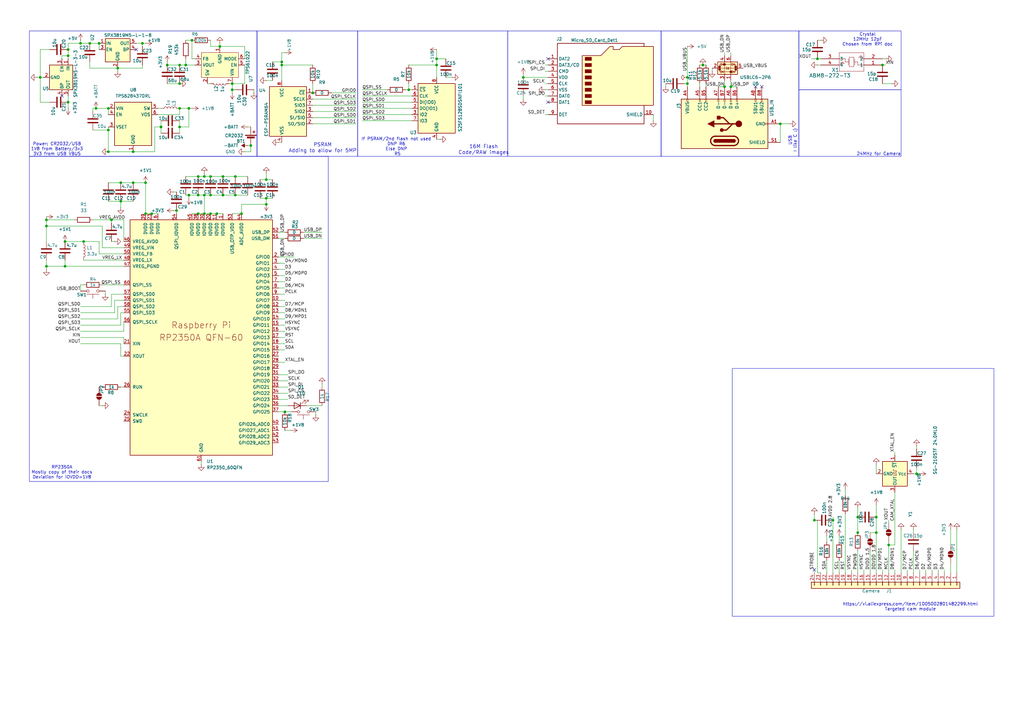
<source format=kicad_sch>
(kicad_sch (version 20231120) (generator "eeschema") (generator_version "8.0")
  (paper "A3")
  (title_block (date "2025-05-02") (rev "0.1") (company "kiyoo.moe"))
  (junction (at 320.04 50.8))
  (junction (at 90.17 19.05))
  (junction (at 297.18 35.56))
  (junction (at 375.92 194.31))
  (junction (at 34.29 99.06))
  (junction (at 128.27 38.1))
  (junction (at 359.41 212.09))
  (junction (at 116.84 168.91))
  (junction (at 27.94 20.32))
  (junction (at 44.45 44.45))
  (junction (at 76.2 26.67))
  (junction (at 48.26 27.94))
  (junction (at 95.25 36.83))
  (junction (at 33.02 17.78))
  (junction (at 62.23 87.63))
  (junction (at 288.29 26.67))
  (junction (at 26.67 109.22))
  (junction (at 361.95 26.67))
  (junction (at 109.22 81.28))
  (junction (at 281.94 34.29))
  (junction (at 99.06 87.63))
  (junction (at 179.07 24.13))
  (junction (at 364.49 223.52))
  (junction (at 109.22 83.82))
  (junction (at 86.36 80.01))
  (junction (at 91.44 72.39))
  (junction (at 66.04 52.07))
  (junction (at 73.66 52.07))
  (junction (at 86.36 87.63))
  (junction (at 49.53 82.55))
  (junction (at 73.66 26.67))
  (junction (at 81.28 87.63))
  (junction (at 341.63 213.36))
  (junction (at 351.79 218.44))
  (junction (at 359.41 218.44))
  (junction (at 54.61 62.23))
  (junction (at 214.63 31.75))
  (junction (at 281.94 31.75))
  (junction (at 83.82 72.39))
  (junction (at 77.47 44.45))
  (junction (at 167.64 36.83))
  (junction (at 179.07 26.67))
  (junction (at 95.25 34.29))
  (junction (at 115.57 25.4))
  (junction (at 27.94 41.91))
  (junction (at 44.45 62.23))
  (junction (at 73.66 34.29))
  (junction (at 91.44 80.01))
  (junction (at 59.69 74.93))
  (junction (at 115.57 26.67))
  (junction (at 68.58 26.67))
  (junction (at 44.45 53.34))
  (junction (at 39.37 44.45))
  (junction (at 77.47 80.01))
  (junction (at 73.66 44.45))
  (junction (at 83.82 87.63))
  (junction (at 40.64 17.78))
  (junction (at 19.05 92.71))
  (junction (at 81.28 80.01))
  (junction (at 86.36 72.39))
  (junction (at 16.51 31.75))
  (junction (at 81.28 72.39))
  (junction (at 26.67 99.06))
  (junction (at 351.79 212.09))
  (junction (at 59.69 87.63))
  (junction (at 299.72 35.56))
  (junction (at 334.01 213.36))
  (junction (at 54.61 74.93))
  (junction (at 335.28 24.13))
  (junction (at 58.42 17.78))
  (junction (at 72.39 86.36))
  (junction (at 36.83 17.78))
  (junction (at 83.82 80.01))
  (junction (at 109.22 73.66))
  (junction (at 19.05 90.17))
  (junction (at 102.87 59.69))
  (junction (at 96.52 72.39))
  (junction (at 49.53 74.93))
  (junction (at 27.94 22.86))
  (junction (at 19.05 109.22))
  (junction (at 88.9 87.63))
  (junction (at 78.74 16.51))
  (junction (at 45.72 90.17))
  (junction (at 96.52 80.01))
  (no_connect (at 224.79 41.91))
  (no_connect (at 55.88 20.32))
  (no_connect (at 312.42 35.56))
  (no_connect (at 25.4 39.37))
  (no_connect (at 224.79 24.13))
  (no_connect (at 309.88 35.56))
  (no_connect (at 334.01 233.68))
  (wire (pts (xy 27.94 17.78) (xy 27.94 20.32)))
  (wire (pts (xy 114.3 97.79) (xy 116.84 97.79)))
  (wire (pts (xy 58.42 17.78) (xy 58.42 19.05)))
  (wire (pts (xy 182.88 31.75) (xy 185.42 31.75)))
  (wire (pts (xy 114.3 166.37) (xy 118.11 166.37)))
  (wire (pts (xy 361.95 34.29) (xy 365.76 34.29)))
  (wire (pts (xy 287.02 26.67) (xy 288.29 26.67)))
  (wire (pts (xy 359.41 218.44) (xy 359.41 234.95)))
  (wire (pts (xy 382.27 233.68) (xy 382.27 234.95)))
  (wire (pts (xy 116.84 168.91) (xy 119.38 168.91)))
  (wire (pts (xy 114.3 168.91) (xy 116.84 168.91)))
  (wire (pts (xy 93.98 34.29) (xy 95.25 34.29)))
  (wire (pts (xy 86.36 16.51) (xy 86.36 19.05)))
  (wire (pts (xy 114.3 158.75) (xy 118.11 158.75)))
  (wire (pts (xy 33.02 128.27) (xy 46.99 128.27)))
  (wire (pts (xy 95.25 36.83) (xy 96.52 36.83)))
  (wire (pts (xy 19.05 106.68) (xy 19.05 109.22)))
  (wire (pts (xy 109.22 81.28) (xy 111.76 81.28)))
  (wire (pts (xy 379.73 233.68) (xy 379.73 234.95)))
  (wire (pts (xy 223.52 34.29) (xy 224.79 34.29)))
  (wire (pts (xy 363.22 26.67) (xy 361.95 26.67)))
  (wire (pts (xy 114.3 120.65) (xy 116.84 120.65)))
  (wire (pts (xy 40.64 158.75) (xy 41.91 158.75)))
  (wire (pts (xy 68.58 26.67) (xy 68.58 25.4)))
  (wire (pts (xy 364.49 223.52) (xy 364.49 234.95)))
  (wire (pts (xy 106.68 73.66) (xy 109.22 73.66)))
  (wire (pts (xy 88.9 87.63) (xy 91.44 87.63)))
  (wire (pts (xy 372.11 233.68) (xy 372.11 234.95)))
  (wire (pts (xy 148.59 36.83) (xy 158.75 36.83)))
  (wire (pts (xy 377.19 233.68) (xy 377.19 234.95)))
  (wire (pts (xy 63.5 52.07) (xy 63.5 62.23)))
  (wire (pts (xy 114.3 140.97) (xy 116.84 140.97)))
  (wire (pts (xy 36.83 17.78) (xy 40.64 17.78)))
  (wire (pts (xy 297.18 33.02) (xy 297.18 35.56)))
  (wire (pts (xy 334.01 210.82) (xy 334.01 213.36)))
  (wire (pts (xy 146.05 40.64) (xy 128.27 40.64)))
  (wire (pts (xy 114.3 135.89) (xy 116.84 135.89)))
  (wire (pts (xy 82.55 189.23) (xy 82.55 190.5)))
  (wire (pts (xy 101.6 59.69) (xy 102.87 59.69)))
  (wire (pts (xy 33.02 16.51) (xy 33.02 17.78)))
  (wire (pts (xy 281.94 34.29) (xy 281.94 31.75)))
  (wire (pts (xy 335.28 24.13) (xy 332.74 24.13)))
  (wire (pts (xy 83.82 80.01) (xy 83.82 87.63)))
  (wire (pts (xy 81.28 72.39) (xy 83.82 72.39)))
  (wire (pts (xy 50.8 132.08) (xy 50.8 135.89)))
  (wire (pts (xy 101.6 52.07) (xy 102.87 52.07)))
  (wire (pts (xy 114.3 107.95) (xy 116.84 107.95)))
  (wire (pts (xy 63.5 62.23) (xy 54.61 62.23)))
  (wire (pts (xy 83.82 71.12) (xy 83.82 72.39)))
  (wire (pts (xy 46.99 123.19) (xy 46.99 128.27)))
  (wire (pts (xy 114.3 148.59) (xy 116.84 148.59)))
  (wire (pts (xy 20.32 41.91) (xy 16.51 41.91)))
  (wire (pts (xy 148.59 41.91) (xy 168.91 41.91)))
  (wire (pts (xy 364.49 222.25) (xy 364.49 223.52)))
  (wire (pts (xy 114.3 156.21) (xy 118.11 156.21)))
  (wire (pts (xy 339.09 219.71) (xy 339.09 222.25)))
  (wire (pts (xy 339.09 229.87) (xy 339.09 234.95)))
  (wire (pts (xy 73.66 52.07) (xy 73.66 54.61)))
  (wire (pts (xy 26.67 109.22) (xy 19.05 109.22)))
  (wire (pts (xy 44.45 52.07) (xy 44.45 53.34)))
  (wire (pts (xy 86.36 87.63) (xy 88.9 87.63)))
  (wire (pts (xy 99.06 83.82) (xy 109.22 83.82)))
  (wire (pts (xy 16.51 41.91) (xy 16.51 31.75)))
  (wire (pts (xy 45.72 90.17) (xy 45.72 91.44)))
  (wire (pts (xy 375.92 191.77) (xy 375.92 194.31)))
  (wire (pts (xy 40.64 104.14) (xy 40.64 99.06)))
  (wire (pts (xy 81.28 87.63) (xy 83.82 87.63)))
  (wire (pts (xy 49.53 158.75) (xy 50.8 158.75)))
  (wire (pts (xy 49.53 82.55) (xy 49.53 85.09)))
  (wire (pts (xy 36.83 25.4) (xy 36.83 27.94)))
  (wire (pts (xy 167.64 34.29) (xy 167.64 36.83)))
  (wire (pts (xy 125.73 166.37) (xy 132.08 166.37)))
  (wire (pts (xy 135.89 38.1) (xy 146.05 38.1)))
  (wire (pts (xy 214.63 31.75) (xy 224.79 31.75)))
  (wire (pts (xy 90.17 19.05) (xy 90.17 17.78)))
  (wire (pts (xy 95.25 87.63) (xy 99.06 87.63)))
  (wire (pts (xy 335.28 234.95) (xy 336.55 234.95)))
  (wire (pts (xy 72.39 86.36) (xy 72.39 87.63)))
  (wire (pts (xy 96.52 80.01) (xy 91.44 80.01)))
  (wire (pts (xy 299.72 22.86) (xy 299.72 21.59)))
  (wire (pts (xy 38.1 90.17) (xy 45.72 90.17)))
  (wire (pts (xy 54.61 74.93) (xy 59.69 74.93)))
  (wire (pts (xy 71.12 86.36) (xy 72.39 86.36)))
  (wire (pts (xy 64.77 46.99) (xy 73.66 46.99)))
  (wire (pts (xy 49.53 82.55) (xy 54.61 82.55)))
  (wire (pts (xy 179.07 20.32) (xy 179.07 24.13)))
  (wire (pts (xy 367.03 185.42) (xy 367.03 186.69)))
  (wire (pts (xy 292.1 27.94) (xy 292.1 29.21)))
  (wire (pts (xy 344.17 219.71) (xy 344.17 222.25)))
  (wire (pts (xy 59.69 74.93) (xy 59.69 87.63)))
  (wire (pts (xy 78.74 24.13) (xy 78.74 16.51)))
  (wire (pts (xy 363.22 24.13) (xy 361.95 24.13)))
  (wire (pts (xy 76.2 16.51) (xy 78.74 16.51)))
  (wire (pts (xy 116.84 138.43) (xy 114.3 138.43)))
  (wire (pts (xy 114.3 153.67) (xy 118.11 153.67)))
  (wire (pts (xy 114.3 113.03) (xy 116.84 113.03)))
  (wire (pts (xy 50.8 99.06) (xy 50.8 90.17)))
  (wire (pts (xy 41.91 92.71) (xy 19.05 92.71)))
  (wire (pts (xy 115.57 21.59) (xy 116.84 21.59)))
  (wire (pts (xy 351.79 208.28) (xy 351.79 212.09)))
  (wire (pts (xy 116.84 176.53) (xy 119.38 176.53)))
  (wire (pts (xy 148.59 44.45) (xy 168.91 44.45)))
  (wire (pts (xy 49.53 74.93) (xy 54.61 74.93)))
  (wire (pts (xy 346.71 210.82) (xy 346.71 234.95)))
  (wire (pts (xy 387.35 233.68) (xy 387.35 234.95)))
  (wire (pts (xy 104.14 38.1) (xy 104.14 36.83)))
  (wire (pts (xy 38.1 53.34) (xy 44.45 53.34)))
  (wire (pts (xy 114.3 125.73) (xy 116.84 125.73)))
  (wire (pts (xy 115.57 25.4) (xy 111.76 25.4)))
  (wire (pts (xy 33.02 140.97) (xy 49.53 140.97)))
  (wire (pts (xy 356.87 218.44) (xy 359.41 218.44)))
  (wire (pts (xy 273.05 35.56) (xy 273.05 34.29)))
  (wire (pts (xy 359.41 190.5) (xy 359.41 194.31)))
  (wire (pts (xy 359.41 207.01) (xy 359.41 212.09)))
  (wire (pts (xy 114.3 118.11) (xy 116.84 118.11)))
  (wire (pts (xy 33.02 138.43) (xy 50.8 138.43)))
  (wire (pts (xy 86.36 19.05) (xy 90.17 19.05)))
  (wire (pts (xy 223.52 36.83) (xy 224.79 36.83)))
  (wire (pts (xy 86.36 72.39) (xy 91.44 72.39)))
  (wire (pts (xy 148.59 46.99) (xy 168.91 46.99)))
  (wire (pts (xy 27.94 41.91) (xy 27.94 44.45)))
  (wire (pts (xy 146.05 50.8) (xy 128.27 50.8)))
  (wire (pts (xy 44.45 53.34) (xy 44.45 62.23)))
  (wire (pts (xy 124.46 95.25) (xy 132.08 95.25)))
  (wire (pts (xy 50.8 125.73) (xy 48.26 125.73)))
  (wire (pts (xy 66.04 52.07) (xy 66.04 54.61)))
  (wire (pts (xy 41.91 101.6) (xy 41.91 92.71)))
  (wire (pts (xy 50.8 104.14) (xy 40.64 104.14)))
  (wire (pts (xy 100.33 34.29) (xy 95.25 34.29)))
  (wire (pts (xy 99.06 87.63) (xy 99.06 83.82)))
  (wire (pts (xy 389.89 217.17) (xy 389.89 223.52)))
  (wire (pts (xy 73.66 46.99) (xy 73.66 44.45)))
  (wire (pts (xy 223.52 46.99) (xy 224.79 46.99)))
  (wire (pts (xy 34.29 106.68) (xy 50.8 106.68)))
  (wire (pts (xy 179.07 26.67) (xy 179.07 31.75)))
  (wire (pts (xy 34.29 116.84) (xy 33.02 116.84)))
  (wire (pts (xy 336.55 26.67) (xy 335.28 26.67)))
  (wire (pts (xy 76.2 72.39) (xy 81.28 72.39)))
  (wire (pts (xy 26.67 106.68) (xy 26.67 109.22)))
  (wire (pts (xy 100.33 26.67) (xy 100.33 34.29)))
  (wire (pts (xy 384.81 233.68) (xy 384.81 234.95)))
  (wire (pts (xy 59.69 87.63) (xy 62.23 87.63)))
  (wire (pts (xy 19.05 90.17) (xy 30.48 90.17)))
  (wire (pts (xy 49.53 128.27) (xy 49.53 133.35)))
  (wire (pts (xy 86.36 80.01) (xy 91.44 80.01)))
  (wire (pts (xy 49.53 146.05) (xy 50.8 146.05)))
  (wire (pts (xy 91.44 72.39) (xy 96.52 72.39)))
  (wire (pts (xy 114.3 143.51) (xy 116.84 143.51)))
  (wire (pts (xy 27.94 22.86) (xy 25.4 22.86)))
  (wire (pts (xy 109.22 81.28) (xy 109.22 83.82)))
  (wire (pts (xy 33.02 125.73) (xy 45.72 125.73)))
  (wire (pts (xy 73.66 26.67) (xy 76.2 26.67)))
  (wire (pts (xy 114.3 163.83) (xy 118.11 163.83)))
  (wire (pts (xy 68.58 26.67) (xy 73.66 26.67)))
  (wire (pts (xy 115.57 26.67) (xy 115.57 33.02)))
  (wire (pts (xy 369.57 217.17) (xy 369.57 234.95)))
  (wire (pts (xy 281.94 34.29) (xy 280.67 34.29)))
  (wire (pts (xy 100.33 24.13) (xy 100.33 19.05)))
  (wire (pts (xy 48.26 125.73) (xy 48.26 130.81)))
  (wire (pts (xy 62.23 87.63) (xy 64.77 87.63)))
  (wire (pts (xy 49.53 140.97) (xy 49.53 146.05)))
  (wire (pts (xy 179.07 24.13) (xy 179.07 26.67)))
  (wire (pts (xy 281.94 31.75) (xy 281.94 19.05)))
  (wire (pts (xy 374.65 226.06) (xy 374.65 234.95)))
  (wire (pts (xy 27.94 20.32) (xy 27.94 22.86)))
  (wire (pts (xy 132.08 157.48) (xy 132.08 158.75)))
  (wire (pts (xy 335.28 213.36) (xy 335.28 234.95)))
  (wire (pts (xy 19.05 92.71) (xy 19.05 99.06)))
  (wire (pts (xy 95.25 38.1) (xy 95.25 36.83)))
  (wire (pts (xy 44.45 82.55) (xy 49.53 82.55)))
  (wire (pts (xy 374.65 217.17) (xy 374.65 218.44)))
  (wire (pts (xy 114.3 128.27) (xy 116.84 128.27)))
  (wire (pts (xy 17.78 31.75) (xy 16.51 31.75)))
  (wire (pts (xy 20.32 20.32) (xy 16.51 20.32)))
  (wire (pts (xy 39.37 44.45) (xy 44.45 44.45)))
  (wire (pts (xy 351.79 226.06) (xy 351.79 234.95)))
  (wire (pts (xy 33.02 17.78) (xy 36.83 17.78)))
  (wire (pts (xy 78.74 87.63) (xy 81.28 87.63)))
  (wire (pts (xy 115.57 21.59) (xy 115.57 25.4)))
  (wire (pts (xy 50.8 101.6) (xy 41.91 101.6)))
  (wire (pts (xy 25.4 22.86) (xy 25.4 24.13)))
  (wire (pts (xy 19.05 90.17) (xy 19.05 92.71)))
  (wire (pts (xy 115.57 25.4) (xy 115.57 26.67)))
  (wire (pts (xy 214.63 39.37) (xy 214.63 40.64)))
  (wire (pts (xy 40.64 99.06) (xy 34.29 99.06)))
  (wire (pts (xy 19.05 109.22) (xy 19.05 110.49)))
  (wire (pts (xy 167.64 36.83) (xy 168.91 36.83)))
  (wire (pts (xy 43.18 119.38) (xy 43.18 120.65)))
  (wire (pts (xy 344.17 229.87) (xy 344.17 234.95)))
  (wire (pts (xy 129.54 168.91) (xy 129.54 170.18)))
  (wire (pts (xy 392.43 217.17) (xy 392.43 234.95)))
  (wire (pts (xy 114.3 130.81) (xy 116.84 130.81)))
  (wire (pts (xy 354.33 233.68) (xy 354.33 234.95)))
  (wire (pts (xy 58.42 26.67) (xy 58.42 27.94)))
  (wire (pts (xy 40.64 166.37) (xy 41.91 166.37)))
  (wire (pts (xy 55.88 17.78) (xy 58.42 17.78)))
  (wire (pts (xy 38.1 44.45) (xy 38.1 45.72)))
  (wire (pts (xy 33.02 135.89) (xy 50.8 135.89)))
  (wire (pts (xy 34.29 99.06) (xy 26.67 99.06)))
  (wire (pts (xy 77.47 80.01) (xy 77.47 81.28)))
  (wire (pts (xy 361.95 233.68) (xy 361.95 234.95)))
  (wire (pts (xy 45.72 99.06) (xy 46.99 99.06)))
  (wire (pts (xy 289.56 34.29) (xy 289.56 35.56)))
  (wire (pts (xy 44.45 74.93) (xy 49.53 74.93)))
  (wire (pts (xy 33.02 116.84) (xy 33.02 119.38)))
  (wire (pts (xy 146.05 48.26) (xy 128.27 48.26)))
  (wire (pts (xy 377.19 194.31) (xy 375.92 194.31)))
  (wire (pts (xy 36.83 27.94) (xy 48.26 27.94)))
  (wire (pts (xy 114.3 115.57) (xy 116.84 115.57)))
  (wire (pts (xy 335.28 16.51) (xy 336.55 16.51)))
  (wire (pts (xy 83.82 72.39) (xy 86.36 72.39)))
  (wire (pts (xy 114.3 161.29) (xy 118.11 161.29)))
  (wire (pts (xy 124.46 97.79) (xy 132.08 97.79)))
  (wire (pts (xy 114.3 123.19) (xy 116.84 123.19)))
  (wire (pts (xy 375.92 194.31) (xy 374.65 194.31)))
  (wire (pts (xy 83.82 87.63) (xy 86.36 87.63)))
  (wire (pts (xy 179.07 57.15) (xy 180.34 57.15)))
  (wire (pts (xy 73.66 44.45) (xy 77.47 44.45)))
  (wire (pts (xy 96.52 72.39) (xy 101.6 72.39)))
  (wire (pts (xy 44.45 44.45) (xy 44.45 46.99)))
  (wire (pts (xy 50.8 120.65) (xy 45.72 120.65)))
  (wire (pts (xy 356.87 226.06) (xy 356.87 234.95)))
  (wire (pts (xy 148.59 49.53) (xy 168.91 49.53)))
  (wire (pts (xy 323.85 50.8) (xy 320.04 50.8)))
  (wire (pts (xy 341.63 212.09) (xy 341.63 213.36)))
  (wire (pts (xy 102.87 59.69) (xy 102.87 62.23)))
  (wire (pts (xy 50.8 128.27) (xy 49.53 128.27)))
  (wire (pts (xy 38.1 44.45) (xy 39.37 44.45)))
  (wire (pts (xy 336.55 24.13) (xy 335.28 24.13)))
  (wire (pts (xy 59.69 17.78) (xy 58.42 17.78)))
  (wire (pts (xy 115.57 58.42) (xy 114.3 58.42)))
  (wire (pts (xy 73.66 52.07) (xy 77.47 52.07)))
  (wire (pts (xy 27.94 39.37) (xy 27.94 41.91)))
  (wire (pts (xy 114.3 105.41) (xy 120.65 105.41)))
  (wire (pts (xy 359.41 212.09) (xy 359.41 218.44)))
  (wire (pts (xy 349.25 233.68) (xy 349.25 234.95)))
  (wire (pts (xy 45.72 120.65) (xy 45.72 125.73)))
  (wire (pts (xy 48.26 29.21) (xy 48.26 27.94)))
  (wire (pts (xy 100.33 19.05) (xy 90.17 19.05)))
  (wire (pts (xy 351.79 212.09) (xy 351.79 218.44)))
  (wire (pts (xy 367.03 233.68) (xy 367.03 234.95)))
  (wire (pts (xy 95.25 36.83) (xy 95.25 34.29)))
  (wire (pts (xy 364.49 223.52) (xy 367.03 223.52)))
  (wire (pts (xy 68.58 34.29) (xy 73.66 34.29)))
  (wire (pts (xy 223.52 39.37) (xy 224.79 39.37)))
  (wire (pts (xy 179.07 24.13) (xy 182.88 24.13)))
  (wire (pts (xy 76.2 26.67) (xy 80.01 26.67)))
  (wire (pts (xy 27.94 17.78) (xy 33.02 17.78)))
  (wire (pts (xy 375.92 182.88) (xy 375.92 184.15)))
  (wire (pts (xy 76.2 24.13) (xy 76.2 26.67)))
  (wire (pts (xy 287.02 34.29) (xy 287.02 35.56)))
  (wire (pts (xy 346.71 200.66) (xy 346.71 203.2)))
  (wire (pts (xy 66.04 49.53) (xy 66.04 52.07)))
  (wire (pts (xy 77.47 52.07) (xy 77.47 44.45)))
  (wire (pts (xy 299.72 33.02) (xy 299.72 35.56)))
  (wire (pts (xy 27.94 22.86) (xy 27.94 24.13)))
  (wire (pts (xy 146.05 45.72) (xy 128.27 45.72)))
  (wire (pts (xy 335.28 213.36) (xy 334.01 213.36)))
  (wire (pts (xy 16.51 20.32) (xy 16.51 31.75)))
  (wire (pts (xy 50.8 123.19) (xy 46.99 123.19)))
  (wire (pts (xy 109.22 73.66) (xy 109.22 71.12)))
  (wire (pts (xy 41.91 116.84) (xy 50.8 116.84)))
  (wire (pts (xy 297.18 22.86) (xy 297.18 21.59)))
  (wire (pts (xy 44.45 62.23) (xy 54.61 62.23)))
  (wire (pts (xy 281.94 34.29) (xy 281.94 35.56)))
  (wire (pts (xy 166.37 36.83) (xy 167.64 36.83)))
  (wire (pts (xy 109.22 73.66) (xy 111.76 73.66)))
  (wire (pts (xy 299.72 35.56) (xy 302.26 35.56)))
  (wire (pts (xy 101.6 80.01) (xy 96.52 80.01)))
  (wire (pts (xy 288.29 26.67) (xy 289.56 26.67)))
  (wire (pts (xy 77.47 44.45) (xy 78.74 44.45)))
  (wire (pts (xy 76.2 80.01) (xy 77.47 80.01)))
  (wire (pts (xy 45.72 90.17) (xy 50.8 90.17)))
  (wire (pts (xy 50.8 138.43) (xy 50.8 140.97)))
  (wire (pts (xy 114.3 133.35) (xy 116.84 133.35)))
  (wire (pts (xy 63.5 52.07) (xy 66.04 52.07)))
  (wire (pts (xy 81.28 80.01) (xy 83.82 80.01)))
  (wire (pts (xy 294.64 35.56) (xy 297.18 35.56)))
  (wire (pts (xy 128.27 26.67) (xy 115.57 26.67)))
  (wire (pts (xy 73.66 49.53) (xy 73.66 52.07)))
  (wire (pts (xy 341.63 213.36) (xy 341.63 234.95)))
  (wire (pts (xy 49.53 133.35) (xy 33.02 133.35)))
  (wire (pts (xy 389.89 231.14) (xy 389.89 234.95)))
  (wire (pts (xy 64.77 44.45) (xy 66.04 44.45)))
  (wire (pts (xy 214.63 30.48) (xy 214.63 31.75)))
  (wire (pts (xy 85.09 34.29) (xy 86.36 34.29)))
  (wire (pts (xy 148.59 39.37) (xy 168.91 39.37)))
  (wire (pts (xy 111.76 33.02) (xy 109.22 33.02)))
  (wire (pts (xy 114.3 95.25) (xy 116.84 95.25)))
  (wire (pts (xy 83.82 80.01) (xy 86.36 80.01)))
  (wire (pts (xy 16.51 31.75) (xy 15.24 31.75)))
  (wire (pts (xy 33.02 130.81) (xy 48.26 130.81)))
  (wire (pts (xy 50.8 109.22) (xy 26.67 109.22)))
  (wire (pts (xy 351.79 218.44) (xy 351.79 219.71)))
  (wire (pts (xy 320.04 58.42) (xy 320.04 50.8)))
  (wire (pts (xy 128.27 34.29) (xy 128.27 38.1)))
  (wire (pts (xy 102.87 62.23) (xy 100.33 62.23)))
  (wire (pts (xy 334.01 233.68) (xy 334.01 234.95)))
  (wire (pts (xy 364.49 213.36) (xy 364.49 214.63)))
  (wire (pts (xy 267.97 46.99) (xy 267.97 49.53)))
  (wire (pts (xy 367.03 201.93) (xy 367.03 223.52)))
  (wire (pts (xy 80.01 24.13) (xy 78.74 24.13)))
  (wire (pts (xy 40.64 17.78) (xy 40.64 20.32)))
  (wire (pts (xy 223.52 29.21) (xy 224.79 29.21)))
  (wire (pts (xy 19.05 90.17) (xy 19.05 88.9)))
  (wire (pts (xy 71.12 78.74) (xy 72.39 78.74)))
  (wire (pts (xy 167.64 26.67) (xy 179.07 26.67)))
  (wire (pts (xy 128.27 43.18) (xy 146.05 43.18)))
  (wire (pts (xy 114.3 110.49) (xy 116.84 110.49)))
  (wire (pts (xy 58.42 27.94) (xy 48.26 27.94)))
  (wire (pts (xy 106.68 81.28) (xy 109.22 81.28)))
  (wire (pts (xy 77.47 80.01) (xy 81.28 80.01)))
  (wire (pts (xy 223.52 26.67) (xy 224.79 26.67)))
  (rectangle (start 327.66 36.83) (end 369.57 64.135))
  (rectangle (start 327.66 12.7) (end 369.57 36.83))
  (rectangle (start 12.065 64.135) (end 134.62 197.485))
  (rectangle (start 146.685 12.7) (end 208.28 64.135))
  (rectangle (start 300.355 151.13) (end 407.67 252.73))
  (rectangle (start 271.145 12.7) (end 327.66 64.135))
  (rectangle (start 105.41 12.7) (end 146.685 64.135))
  (rectangle (start 208.28 12.7) (end 271.145 64.135))
  (rectangle (start 12.065 12.7) (end 105.41 64.135))
  (text "16M Flash\nCode/RAW images\n" (at 198.374 61.468 0) (effects (font (size 1.5 1.5))))
  (text "USB\nI like C :)" (at 325.12 57.658 90) (effects (font (size 1.27 1.27))))
  (text "Crystal\n12MHz 12pF\nChosen from RPi doc\n\n" (at 355.854 17.272 0) (effects (font (size 1.27 1.27))))
  (text "If PSRAM/2nd flash not used\nDNP R6\nElse DNP\n R5" (at 162.56 60.198 0) (effects (font (size 1.27 1.27))))
  (text "Power: CR2032/USB\n1V8 from Battery/3v3\n3V3 from USB VBUS" (at 23.368 61.214 0) (effects (font (size 1.27 1.27))))
  (text "24MHz for Camera\n" (at 360.426 63.246 0) (effects (font (size 1.27 1.27))))
  (text "PSRAM\nAdding to allow for 5MP\n" (at 132.334 60.706 0) (effects (font (size 1.5 1.5))))
  (text "RP2350A\nMostly copy of their docs\nDeviation for IOVDD=1V8" (at 25.4 193.802 0) (effects (font (size 1.27 1.27))))
  (text "https://vi.aliexpress.com/item/1005002801482299.html\nTargeted cam module\n" (at 373.38 248.92 0) (effects (font (size 1.27 1.27))))
  (label "QSPI_SD3" (at 33.02 133.35 180))
  (label "PCLK" (at 374.65 233.68 90))
  (label "QSPI_SCLK" (at 146.05 40.64 180))
  (label "PWDNB" (at 351.79 233.68 90))
  (label "QSPI_SD3" (at 148.59 49.53 0))
  (label "D7{slash}MCP" (at 116.84 125.73 0))
  (label "D4{slash}MDN0" (at 387.35 233.68 90))
  (label "VSYNC" (at 349.25 233.68 90))
  (label "VSYNC" (at 116.84 135.89 0))
  (label "D5{slash}MDP0" (at 116.84 113.03 0))
  (label "USB_VBUS" (at 281.94 29.21 90))
  (label "HSYNC" (at 116.84 133.35 0))
  (label "SCLK" (at 223.52 34.29 180))
  (label "HSYNC" (at 354.33 233.68 90))
  (label "QSPI_SCLK" (at 148.59 39.37 0))
  (label "GPIO0" (at 146.05 38.1 180))
  (label "D2" (at 379.73 233.68 90))
  (label "GPIO0" (at 120.65 105.41 180))
  (label "MCLK" (at 364.49 233.68 90))
  (label "QSPI_SD1" (at 33.02 128.27 180))
  (label "USB_DP" (at 299.72 35.56 0))
  (label "XOUT" (at 33.02 140.97 180))
  (label "SDA" (at 116.84 143.51 0))
  (label "SDA" (at 339.09 233.68 90))
  (label "USB_DN" (at 132.08 97.79 180))
  (label "XTAL_EN" (at 116.84 148.59 0))
  (label "XIN" (at 363.22 26.67 0))
  (label "USB_DN" (at 297.18 21.59 90))
  (label "QSPI_SCLK" (at 33.02 135.89 180))
  (label "XOUT" (at 332.74 24.13 180))
  (label "QSPI_SD2" (at 146.05 45.72 180))
  (label "D5{slash}MDP0" (at 382.27 233.68 90))
  (label "AVDD 2.8" (at 341.63 212.09 90))
  (label "USB_BOOT" (at 33.02 119.38 180))
  (label "QSPI_SS" (at 148.59 36.83 0))
  (label "QSPI_SD1" (at 146.05 50.8 180))
  (label "QSPI_SD2" (at 33.02 130.81 180))
  (label "D3" (at 116.84 110.49 0))
  (label "USB_VBUS" (at 304.8 27.94 0))
  (label "SPI_CS" (at 223.52 26.67 180))
  (label "XIN" (at 33.02 138.43 180))
  (label "SD_DET" (at 223.52 46.99 180))
  (label "VREG_LX" (at 41.91 106.68 0))
  (label "DVDD 1.5" (at 356.87 233.68 90))
  (label "SPI_DO" (at 118.11 153.67 0))
  (label "USB_DP" (at 116.84 95.25 90))
  (label "XOUT" (at 364.49 213.36 90))
  (label "USB_DP" (at 299.72 21.59 90))
  (label "SCL" (at 344.17 233.68 90))
  (label "XTAL_EN" (at 367.03 185.42 90))
  (label "D6{slash}MCN" (at 116.84 118.11 0))
  (label "D3" (at 384.81 233.68 90))
  (label "PCLK" (at 116.84 120.65 0))
  (label "D4{slash}MDN0" (at 116.84 107.95 0))
  (label "SCLK" (at 118.11 156.21 0))
  (label "D8{slash}MDN1" (at 116.84 128.27 0))
  (label "RST" (at 346.71 233.68 90))
  (label "D8{slash}MDN1" (at 367.03 233.68 90))
  (label "QSPI_SS" (at 49.53 116.84 180))
  (label "USB_DN" (at 297.18 35.56 180))
  (label "SCL" (at 116.84 140.97 0))
  (label "SPI_CS" (at 118.11 161.29 0))
  (label "SPI_DO" (at 223.52 39.37 180))
  (label "D7{slash}MCP" (at 372.11 233.68 90))
  (label "D9{slash}MPD1" (at 361.95 233.68 90))
  (label "QSPI_SD0" (at 33.02 125.73 180))
  (label "VREG_AVDD" (at 40.64 90.17 0))
  (label "SD_DET" (at 118.11 163.83 0))
  (label "D2" (at 116.84 115.57 0))
  (label "USB_DN" (at 116.84 97.79 270))
  (label "SPI_DI" (at 118.11 158.75 0))
  (label "QSPI_SD0" (at 148.59 41.91 0))
  (label "QSPI_SD3" (at 146.05 43.18 180))
  (label "SPI_DI" (at 223.52 29.21 180))
  (label "CAM_XTAL" (at 367.03 204.47 270))
  (label "USB_DP" (at 132.08 95.25 180))
  (label "D9{slash}MPD1" (at 116.84 130.81 0))
  (label "QSPI_SD1" (at 148.59 44.45 0))
  (label "QSPI_SD0" (at 146.05 48.26 180))
  (label "D6{slash}MCN" (at 377.19 233.68 90))
  (label "QSPI_SD2" (at 148.59 46.99 0))
  (label "RST" (at 116.84 138.43 0))
  (label "DOVDD 1.8" (at 359.41 233.68 90))
  (label "STROBE" (at 334.01 233.68 90))
  (symbol (lib_id "power:GND") (at 359.41 190.5 180) (unit 1)
    (property "Reference" "#PWR55" (effects (hide yes)))
    (property "Value" "GND" (effects (hide yes)))
    (property "Description" "Power symbol creates a global label with name \"GND\" , ground" (effects (hide yes)))
  )
  (symbol (lib_id "Memory_RAM:ESP-PSRAM32") (at 118.11 45.72 0) (unit 1)
    (property "Reference" "U4" (at 108.966 37.084 0) (effects (justify right)))
    (property "Value" "ESP-PSRAM64" (at 109.22 41.91 90) (effects (justify right)))
    (property "Footprint" "Package_SO:SOIC-8_3.9x4.9mm_P1.27mm" (effects (hide yes)))
    (property "Datasheet" "https://www.espressif.com/sites/default/files/documentation/esp-psram32_datasheet_en.pdf" (effects (hide yes)))
    (property "Description" "32 Mbit serial pseudo SRAM device organized as 4Mx8 bits, 1.8 VCC, SOIC8 (SOP8)" (effects (hide yes)))
  )
  (symbol (lib_id "power:+3V3") (at 109.22 83.82 180) (unit 1)
    (property "Reference" "#PWR15" (effects (hide yes)))
    (property "Value" "+3V3" (at 109.22 88.9 0))
    (property "Description" "Power symbol creates a global label with name \"+3V3\"" (effects (hide yes)))
  )
  (symbol (lib_id "power:+1V1") (at 26.67 99.06 0) (unit 1)
    (property "Reference" "#PWR10" (effects (hide yes)))
    (property "Value" "+1V1" (at 26.67 93.98 0))
    (property "Description" "Power symbol creates a global label with name \"+1V1\"" (effects (hide yes)))
  )
  (symbol (lib_id "power:+5V") (at 281.94 19.05 270) (unit 1)
    (property "Reference" "#PWR46" (effects (hide yes)))
    (property "Value" "+5V" (at 285.75 19.0499 90) (effects (justify left)))
    (property "Description" "Power symbol creates a global label with name \"+5V\"" (effects (hide yes)))
  )
  (symbol (lib_id "Jumper:SolderJumper_2_Open") (at 364.49 218.44 270) (unit 1) (exclude_from_sim yes) (in_bom no)
    (property "Reference" "JP4" (at 363.22 215.646 0))
    (property "Value" "XTAL_JMP" (effects (hide yes)))
    (property "Footprint" "Jumper:SolderJumper-2_P1.3mm_Open_RoundedPad1.0x1.5mm" (effects (hide yes)))
    (property "Description" "Solder Jumper, 2-pole, open" (effects (hide yes)))
  )
  (symbol (lib_id "Device:R") (at 132.08 162.56 0) (unit 1)
    (property "Reference" "R17" (at 134.366 162.814 90))
    (property "Value" "1k" (at 132.08 162.56 90))
    (property "Footprint" "Resistor_SMD:R_0402_1005Metric" (effects (hide yes)))
    (property "Description" "Resistor" (effects (hide yes)))
    (property "LCSC" "C11702" (effects (hide yes)))
  )
  (symbol (lib_id "Converter_DCDC:TPS61022") (at 90.17 26.67 180) (unit 1)
    (property "Reference" "U7" (at 102.87 32.258 90))
    (property "Value" "TPS61022" (at 101.6 25.654 90))
    (property "Footprint" "Package_DFN_QFN:Texas_RWU0007A_VQFN-7_2x2mm_P0.5mm" (effects (hide yes)))
    (property "Datasheet" "https://www.ti.com/lit/ds/symlink/tps61022.pdf" (effects (hide yes)))
    (property "Description" "8A Boost Converter, 0.5-5.5 V input, 2.2-5.5V output, Texas RWU0007A VQFN-7" (effects (hide yes)))
    (property "LCSC" "C915088" (effects (hide yes)))
  )
  (symbol (lib_id "power:GND") (at 292.1 29.21 0) (mirror y) (unit 1)
    (property "Reference" "#PWR54" (effects (hide yes)))
    (property "Value" "GND" (effects (hide yes)))
    (property "Description" "Power symbol creates a global label with name \"GND\" , ground" (effects (hide yes)))
  )
  (symbol (lib_id "Device:R") (at 162.56 36.83 90) (unit 1)
    (property "Reference" "R5" (at 162.56 32.512 90))
    (property "Value" "0" (at 162.56 36.83 90))
    (property "Footprint" "Resistor_SMD:R_0402_1005Metric" (effects (hide yes)))
    (property "Description" "Resistor" (effects (hide yes)))
    (property "LCSC" "C17168" (effects (hide yes)))
  )
  (symbol (lib_id "power:GND") (at 374.65 217.17 0) (mirror x) (unit 1)
    (property "Reference" "#PWR52" (effects (hide yes)))
    (property "Value" "GND" (effects (hide yes)))
    (property "Description" "Power symbol creates a global label with name \"GND\" , ground" (effects (hide yes)))
  )
  (symbol (lib_id "Device:C") (at 38.1 49.53 0) (unit 1)
    (property "Reference" "C35" (at 38.1 47.498 0) (effects (justify left)))
    (property "Value" "10u" (at 39.878 51.816 0) (effects (justify left)))
    (property "Footprint" "Capacitor_SMD:C_0603_1608Metric" (effects (hide yes)))
    (property "Description" "Unpolarized capacitor" (effects (hide yes)))
    (property "LCSC" "C1691" (effects (hide yes)))
  )
  (symbol (lib_id "Device:C") (at 36.83 21.59 0) (unit 1)
    (property "Reference" "C22" (at 32.512 19.558 0) (effects (justify left)))
    (property "Value" "10u" (at 32.258 23.368 0) (effects (justify left)))
    (property "Footprint" "Capacitor_SMD:C_0603_1608Metric" (effects (hide yes)))
    (property "Description" "Unpolarized capacitor" (effects (hide yes)))
    (property "LCSC" "C1691" (effects (hide yes)))
  )
  (symbol (lib_id "power:+1V8") (at 59.69 17.78 270) (unit 1)
    (property "Reference" "#PWR5" (effects (hide yes)))
    (property "Value" "+1V8" (at 60.452 16.51 90) (effects (justify left)))
    (property "Description" "Power symbol creates a global label with name \"+1V8\"" (effects (hide yes)))
  )
  (symbol (lib_id "power:+3V3") (at 389.89 217.17 0) (unit 1)
    (property "Reference" "#PWR51" (effects (hide yes)))
    (property "Value" "+3V3" (at 387.096 219.964 90) (effects (justify left)))
    (property "Description" "Power symbol creates a global label with name \"+3V3\"" (effects (hide yes)))
  )
  (symbol (lib_id "Connector:USB_C_Receptacle_USB2.0_16P") (at 297.18 50.8 90) (unit 1)
    (property "Reference" "J3" (at 278.384 44.704 0) (effects (justify left)))
    (property "Value" "USB_IN" (at 316.484 47.752 0) (effects (justify left)))
    (property "Footprint" "Connector_USB:USB_C_Receptacle_HCTL_HC-TYPE-C-16P-01A" (effects (hide yes)))
    (property "Datasheet" "https://www.usb.org/sites/default/files/documents/usb_type-c.zip" (effects (hide yes)))
    (property "Description" "USB 2.0-only 16P Type-C Receptacle connector" (effects (hide yes)))
    (property "LCSC" "C2894897" (effects (hide yes)))
  )
  (symbol (lib_id "power:GND") (at 48.26 29.21 0) (unit 1)
    (property "Reference" "#PWR9" (effects (hide yes)))
    (property "Value" "GND" (effects (hide yes)))
    (property "Description" "Power symbol creates a global label with name \"GND\" , ground" (effects (hide yes)))
  )
  (symbol (lib_id "power:GND") (at 335.28 26.67 270) (unit 1)
    (property "Reference" "#PWR26" (effects (hide yes)))
    (property "Value" "GND" (effects (hide yes)))
    (property "Description" "Power symbol creates a global label with name \"GND\" , ground" (effects (hide yes)))
  )
  (symbol (lib_id "Device:R") (at 34.29 90.17 90) (unit 1)
    (property "Reference" "R1" (at 34.29 83.82 90))
    (property "Value" "33" (at 34.29 86.36 90))
    (property "Footprint" "Resistor_SMD:R_0402_1005Metric" (effects (hide yes)))
    (property "Description" "Resistor" (effects (hide yes)))
    (property "LCSC" "C25105" (effects (hide yes)))
  )
  (symbol (lib_id "Connector_Generic:Conn_01x24") (at 364.49 240.03 270) (unit 1)
    (property "Reference" "J1" (at 363.474 242.316 90) (effects (justify left)))
    (property "Value" "Camera" (at 353.568 242.316 90) (effects (justify left)))
    (property "Footprint" "Connector_FFC-FPC:Hirose_FH12-24S-0.5SH_1x24-1MP_P0.50mm_Horizontal" (effects (hide yes)))
    (property "Description" "Generic connector, single row, 01x24, script generated (kicad-library-utils/schlib/autogen/connector/)" (effects (hide yes)))
    (property "LCSC" "C202112" (effects (hide yes)))
  )
  (symbol (lib_id "power:-BATT") (at 101.6 59.69 90) (unit 1)
    (property "Reference" "#PWR2" (effects (hide yes)))
    (property "Value" "-BATT" (at 97.79 59.6899 90) (effects (justify left)))
    (property "Description" "Power symbol creates a global label with name \"-BATT\"" (effects (hide yes)))
  )
  (symbol (lib_id "power:+BATT") (at 39.37 44.45 0) (unit 1)
    (property "Reference" "#PWR67" (effects (hide yes)))
    (property "Value" "+BATT" (at 39.3701 40.64 90) (effects (justify left)))
    (property "Description" "Power symbol creates a global label with name \"+BATT\"" (effects (hide yes)))
  )
  (symbol (lib_id "Device:C") (at 182.88 27.94 180) (unit 1)
    (property "Reference" "C15" (at 186.944 25.908 0) (effects (justify left)))
    (property "Value" "100n" (at 185.42 30.48 0) (effects (justify left)))
    (property "Footprint" "Capacitor_SMD:C_0402_1005Metric" (effects (hide yes)))
    (property "Description" "Unpolarized capacitor" (effects (hide yes)))
    (property "LCSC" "C1525" (effects (hide yes)))
  )
  (symbol (lib_id "Device:C") (at 58.42 22.86 0) (unit 1)
    (property "Reference" "C23" (at 58.42 20.828 0) (effects (justify left)))
    (property "Value" "10u" (at 54.356 24.892 0) (effects (justify left)))
    (property "Footprint" "Capacitor_SMD:C_0603_1608Metric" (effects (hide yes)))
    (property "Description" "Unpolarized capacitor" (effects (hide yes)))
    (property "LCSC" "C1691" (effects (hide yes)))
  )
  (symbol (lib_id "power:GND") (at 46.99 99.06 90) (unit 1)
    (property "Reference" "#PWR6" (effects (hide yes)))
    (property "Value" "GND" (effects (hide yes)))
    (property "Description" "Power symbol creates a global label with name \"GND\" , ground" (effects (hide yes)))
  )
  (symbol (lib_id "Device:R") (at 45.72 158.75 270) (unit 1)
    (property "Reference" "R8" (at 45.466 161.036 90))
    (property "Value" "1k" (at 45.72 158.75 90))
    (property "Footprint" "Resistor_SMD:R_0402_1005Metric" (effects (hide yes)))
    (property "Description" "Resistor" (effects (hide yes)))
    (property "LCSC" "C11702" (effects (hide yes)))
  )
  (symbol (lib_id "Device:R") (at 339.09 226.06 0) (unit 1)
    (property "Reference" "R16" (at 336.804 226.06 90))
    (property "Value" "10k" (at 339.09 226.06 90) (effects (font (size 1.016 1.016) (thickness 0.2032) (bold yes))))
    (property "Footprint" "Resistor_SMD:R_0603_1608Metric" (effects (hide yes)))
    (property "Description" "Resistor" (effects (hide yes)))
    (property "LCSC" "C15401" (effects (hide yes)))
  )
  (symbol (lib_id "Regulator_Linear:SPX3819M5-L-3-3") (at 25.4 31.75 270) (unit 1)
    (property "Reference" "U5" (at 18.796 36.322 90))
    (property "Value" "SPX3819M5-L-3-3" (at 30.988 30.226 0))
    (property "Footprint" "Package_TO_SOT_SMD:SOT-23-5" (effects (hide yes)))
    (property "Datasheet" "https://www.exar.com/content/document.ashx?id=22106&languageid=1033&type=Datasheet&partnumber=SPX3819&filename=SPX3819.pdf&part=SPX3819" (effects (hide yes)))
    (property "Description" "500mA Low drop-out regulator, Fixed Output 3.3V, SOT-23-5" (effects (hide yes)))
    (property "LCSC" "C5370980" (effects (hide yes)))
  )
  (symbol (lib_id "Device:R") (at 120.65 97.79 90) (unit 1)
    (property "Reference" "R3" (at 120.904 92.964 90))
    (property "Value" "0" (at 120.65 97.79 90))
    (property "Footprint" "Resistor_SMD:R_0402_1005Metric" (effects (hide yes)))
    (property "Description" "Resistor" (effects (hide yes)))
    (property "LCSC" "C17168" (effects (hide yes)))
  )
  (symbol (lib_id "Device:R") (at 344.17 226.06 0) (unit 1)
    (property "Reference" "R15" (at 345.44 221.488 90))
    (property "Value" "10k" (at 344.17 226.06 90) (effects (font (size 1.016 1.016) (thickness 0.2032) (bold yes))))
    (property "Footprint" "Resistor_SMD:R_0603_1608Metric" (effects (hide yes)))
    (property "Description" "Resistor" (effects (hide yes)))
    (property "LCSC" "C15401" (effects (hide yes)))
  )
  (symbol (lib_id "Jumper:SolderJumper_2_Open") (at 356.87 222.25 270) (unit 1) (exclude_from_sim yes) (in_bom no)
    (property "Reference" "JP3" (at 355.6 219.456 0))
    (property "Value" "DVDD_1V8" (effects (hide yes)))
    (property "Footprint" "Jumper:SolderJumper-2_P1.3mm_Open_RoundedPad1.0x1.5mm" (effects (hide yes)))
    (property "Description" "Solder Jumper, 2-pole, open" (effects (hide yes)))
  )
  (symbol (lib_id "power:GND") (at 336.55 16.51 90) (unit 1)
    (property "Reference" "#PWR33" (effects (hide yes)))
    (property "Value" "GND" (effects (hide yes)))
    (property "Description" "Power symbol creates a global label with name \"GND\" , ground" (effects (hide yes)))
  )
  (symbol (lib_id "power:GND") (at 71.12 78.74 270) (unit 1)
    (property "Reference" "#PWR60" (effects (hide yes)))
    (property "Value" "GND" (effects (hide yes)))
    (property "Description" "Power symbol creates a global label with name \"GND\" , ground" (effects (hide yes)))
  )
  (symbol (lib_id "power:+1V8") (at 78.74 44.45 270) (unit 1)
    (property "Reference" "#PWR59" (effects (hide yes)))
    (property "Value" "+1V8" (at 82.55 44.4499 90) (effects (justify left)))
    (property "Description" "Power symbol creates a global label with name \"+1V8\"" (effects (hide yes)))
  )
  (symbol (lib_id "Device:C") (at 91.44 76.2 0) (unit 1)
    (property "Reference" "C4" (at 88.646 78.74 0) (effects (justify left)))
    (property "Value" "100n" (at 89.662 74.168 0) (effects (justify left)))
    (property "Footprint" "Capacitor_SMD:C_0402_1005Metric" (effects (hide yes)))
    (property "Description" "Unpolarized capacitor" (effects (hide yes)))
    (property "LCSC" "C1525" (effects (hide yes)))
  )
  (symbol (lib_id "power:GND") (at 100.33 62.23 270) (unit 1)
    (property "Reference" "#PWR3" (effects (hide yes)))
    (property "Value" "GND" (at 96.52 62.2299 90) (effects (justify right)))
    (property "Description" "Power symbol creates a global label with name \"GND\" , ground" (effects (hide yes)))
  )
  (symbol (lib_id "Device:R") (at 351.79 222.25 0) (unit 1)
    (property "Reference" "R13" (at 349.25 222.25 90))
    (property "Value" "10k" (at 351.79 222.25 90) (effects (font (size 1.016 1.016) (thickness 0.2032) (bold yes))))
    (property "Footprint" "Resistor_SMD:R_0603_1608Metric" (effects (hide yes)))
    (property "Description" "Resistor" (effects (hide yes)))
    (property "LCSC" "C15401" (effects (hide yes)))
  )
  (symbol (lib_id "Device:C") (at 44.45 78.74 0) (unit 1)
    (property "Reference" "C11" (at 41.656 81.28 0) (effects (justify left)))
    (property "Value" "100n" (at 42.418 78.74 0) (effects (justify left)))
    (property "Footprint" "Capacitor_SMD:C_0402_1005Metric" (effects (hide yes)))
    (property "Description" "Unpolarized capacitor" (effects (hide yes)))
    (property "LCSC" "C1525" (effects (hide yes)))
  )
  (symbol (lib_id "power:GND") (at 375.92 182.88 180) (unit 1)
    (property "Reference" "#PWR56" (effects (hide yes)))
    (property "Value" "GND" (effects (hide yes)))
    (property "Description" "Power symbol creates a global label with name \"GND\" , ground" (effects (hide yes)))
  )
  (symbol (lib_id "Switch:SW_Push") (at 38.1 119.38 180) (unit 1)
    (property "Reference" "SW1" (at 33.528 120.904 0))
    (property "Value" "USB_BOOT" (effects (hide yes)))
    (property "Footprint" "Button_Switch_SMD:SW_Push_1P1T_NO_CK_KMR2" (effects (hide yes)))
    (property "Description" "Push button switch, generic, two pins" (effects (hide yes)))
    (property "LCSC" "C72443" (effects (hide yes)))
  )
  (symbol (lib_id "Jumper:SolderJumper_2_Open") (at 40.64 162.56 270) (unit 1) (exclude_from_sim yes) (in_bom no)
    (property "Reference" "JP2" (at 41.656 159.766 0))
    (property "Value" "USB_BOOT" (effects (hide yes)))
    (property "Footprint" "Jumper:SolderJumper-2_P1.3mm_Open_RoundedPad1.0x1.5mm" (effects (hide yes)))
    (property "Description" "Solder Jumper, 2-pole, open" (effects (hide yes)))
  )
  (symbol (lib_id "power:GND") (at 104.14 38.1 0) (unit 1)
    (property "Reference" "#PWR44" (effects (hide yes)))
    (property "Value" "GND" (effects (hide yes)))
    (property "Description" "Power symbol creates a global label with name \"GND\" , ground" (effects (hide yes)))
  )
  (symbol (lib_id "power:GND") (at 323.85 50.8 90) (unit 1)
    (property "Reference" "#PWR36" (effects (hide yes)))
    (property "Value" "GND" (effects (hide yes)))
    (property "Description" "Power symbol creates a global label with name \"GND\" , ground" (effects (hide yes)))
  )
  (symbol (lib_id "power:+1V8") (at 179.07 20.32 90) (unit 1)
    (property "Reference" "#PWR18" (effects (hide yes)))
    (property "Value" "+1V8" (at 177.292 23.368 0))
    (property "Description" "Power symbol creates a global label with name \"+1V8\"" (effects (hide yes)))
  )
  (symbol (lib_id "Device:C") (at 335.28 20.32 180) (unit 1)
    (property "Reference" "C17" (at 330.454 18.288 0) (effects (justify right)))
    (property "Value" "15p" (at 328.93 20.32 0) (effects (justify right)))
    (property "Footprint" "Capacitor_SMD:C_0402_1005Metric" (effects (hide yes)))
    (property "Description" "Unpolarized capacitor" (effects (hide yes)))
    (property "LCSC" "C1548" (effects (hide yes)))
  )
  (symbol (lib_id "Device:C") (at 24.13 41.91 270) (unit 1)
    (property "Reference" "C21" (at 26.162 41.91 0) (effects (justify left)))
    (property "Value" "10u" (at 21.844 43.688 0) (effects (justify left)))
    (property "Footprint" "Capacitor_SMD:C_0603_1608Metric" (effects (hide yes)))
    (property "Description" "Unpolarized capacitor" (effects (hide yes)))
    (property "LCSC" "C1691" (effects (hide yes)))
  )
  (symbol (lib_id "ABM8-272-T3:ABM8-272-T3") (at 361.95 26.67 180) (unit 1)
    (property "Reference" "X1" (at 342.646 28.702 0) (effects (font (size 1.524 1.524))))
    (property "Value" "ABM8-272-T3" (at 340.36 30.988 0) (effects (font (size 1.524 1.524))))
    (property "Footprint" "ABM8_272_T3:ABM8-272-T3_ABR" (effects (hide yes)))
    (property "Datasheet" "ABM8-272-T3" (effects (hide yes)))
    (property "LCSC" "C20625731" (effects (hide yes)))
  )
  (symbol (lib_id "Device:C") (at 26.67 102.87 0) (unit 1)
    (property "Reference" "C8" (at 23.876 105.41 0) (effects (justify left)))
    (property "Value" "4.7u" (at 27.178 100.584 0) (effects (justify left)))
    (property "Footprint" "Capacitor_SMD:C_0402_1005Metric" (effects (hide yes)))
    (property "Description" "Unpolarized capacitor" (effects (hide yes)))
    (property "LCSC" "C76995" (effects (hide yes)))
  )
  (symbol (lib_id "Device:R") (at 116.84 172.72 0) (mirror x) (unit 1)
    (property "Reference" "R18" (at 118.872 171.45 90))
    (property "Value" "10k" (at 116.84 172.72 90))
    (property "Footprint" "Resistor_SMD:R_0603_1608Metric" (effects (hide yes)))
    (property "Description" "Resistor" (effects (hide yes)))
    (property "LCSC" "C15401" (effects (hide yes)))
  )
  (symbol (lib_id "Device:C") (at 69.85 49.53 270) (unit 1)
    (property "Reference" "C33" (at 71.628 48.514 90) (effects (justify left)))
    (property "Value" "10u" (at 65.024 48.514 90) (effects (justify left)))
    (property "Footprint" "Capacitor_SMD:C_0603_1608Metric" (effects (hide yes)))
    (property "Description" "Unpolarized capacitor" (effects (hide yes)))
    (property "LCSC" "C1691" (effects (hide yes)))
  )
  (symbol (lib_id "Switch:SW_Push") (at 124.46 168.91 180) (unit 1)
    (property "Reference" "SW3" (at 128.778 167.894 0))
    (property "Value" "Shutter" (effects (hide yes)))
    (property "Footprint" "Button_Switch_SMD:SW_Push_1P1T_NO_6x6mm_H9.5mm" (effects (hide yes)))
    (property "Description" "Push button switch, generic, two pins" (effects (hide yes)))
    (property "LCSC" "C22397173" (effects (hide yes)))
  )
  (symbol (lib_id "power:GND") (at 41.91 166.37 90) (unit 1)
    (property "Reference" "#PWR28" (effects (hide yes)))
    (property "Value" "GND" (effects (hide yes)))
    (property "Description" "Power symbol creates a global label with name \"GND\" , ground" (effects (hide yes)))
  )
  (symbol (lib_id "power:PWR_FLAG") (at 281.94 31.75 90) (unit 1)
    (property "Reference" "#FLG1" (effects (hide yes)))
    (property "Value" "PWR_FLAG" (effects (hide yes)))
    (property "Description" "Special symbol for telling ERC where power comes from" (effects (hide yes)))
  )
  (symbol (lib_id "Regulator_Switching:TPS628437DRL") (at 54.61 52.07 0) (unit 1)
    (property "Reference" "U8" (at 54.61 36.83 0))
    (property "Value" "TPS628437DRL" (at 54.61 39.37 0))
    (property "Footprint" "Package_TO_SOT_SMD:SOT-563" (effects (hide yes)))
    (property "Datasheet" "https://www.ti.com/lit/ds/symlink/tps62843.pdf" (effects (hide yes)))
    (property "Description" "600mA Step-Down Converter with DCS-Control, ultra-low Iq, 1.8-5.5 Vin, 0.8-1.8 Vout, SOT-563" (effects (hide yes)))
    (property "LCSC" "C25838674" (effects (hide yes)))
  )
  (symbol (lib_id "Device:L") (at 34.29 102.87 0) (unit 1)
    (property "Reference" "L1" (at 35.56 101.5999 0) (effects (justify left)))
    (property "Value" "3.3u" (at 35.56 104.1399 0) (effects (justify left)))
    (property "Footprint" "RP2350A:L_pol_2016" (effects (hide yes)))
    (property "Description" "Inductor" (effects (hide yes)))
  )
  (symbol (lib_id "Device:C") (at 106.68 77.47 0) (unit 1)
    (property "Reference" "C13" (at 103.886 80.01 0) (effects (justify left)))
    (property "Value" "100n" (at 104.14 75.692 0) (effects (justify left)))
    (property "Footprint" "Capacitor_SMD:C_0402_1005Metric" (effects (hide yes)))
    (property "Description" "Unpolarized capacitor" (effects (hide yes)))
    (property "LCSC" "C1525" (effects (hide yes)))
  )
  (symbol (lib_id "Device:C") (at 72.39 82.55 0) (unit 1)
    (property "Reference" "C29" (at 72.898 84.836 0) (effects (justify left)))
    (property "Value" "100n" (at 69.85 80.772 0) (effects (justify left)))
    (property "Footprint" "Capacitor_SMD:C_0402_1005Metric" (effects (hide yes)))
    (property "Description" "Unpolarized capacitor" (effects (hide yes)))
    (property "LCSC" "C1525" (effects (hide yes)))
  )
  (symbol (lib_id "power:GND") (at 363.22 24.13 90) (unit 1)
    (property "Reference" "#PWR27" (effects (hide yes)))
    (property "Value" "GND" (effects (hide yes)))
    (property "Description" "Power symbol creates a global label with name \"GND\" , ground" (effects (hide yes)))
  )
  (symbol (lib_id "power:+3V3") (at 339.09 219.71 0) (unit 1)
    (property "Reference" "#PWR32" (effects (hide yes)))
    (property "Value" "+3V3" (at 340.868 222.504 90) (effects (justify left)))
    (property "Description" "Power symbol creates a global label with name \"+3V3\"" (effects (hide yes)))
  )
  (symbol (lib_id "power:GND") (at 43.18 120.65 0) (unit 1)
    (property "Reference" "#PWR17" (effects (hide yes)))
    (property "Value" "GND" (effects (hide yes)))
    (property "Description" "Power symbol creates a global label with name \"GND\" , ground" (effects (hide yes)))
  )
  (symbol (lib_id "Device:C") (at 374.65 222.25 0) (unit 1)
    (property "Reference" "C26" (at 374.396 219.71 0) (effects (justify right)))
    (property "Value" "15p" (at 378.46 219.71 0) (effects (justify right)))
    (property "Footprint" "Capacitor_SMD:C_0402_1005Metric" (effects (hide yes)))
    (property "Description" "Unpolarized capacitor" (effects (hide yes)))
    (property "LCSC" "C1548" (effects (hide yes)))
  )
  (symbol (lib_id "power:GND") (at 223.52 36.83 270) (unit 1)
    (property "Reference" "#PWR45" (effects (hide yes)))
    (property "Value" "GND" (effects (hide yes)))
    (property "Description" "Power symbol creates a global label with name \"GND\" , ground" (effects (hide yes)))
  )
  (symbol (lib_id "Device:C") (at 49.53 78.74 0) (unit 1)
    (property "Reference" "C12" (at 46.736 81.28 0) (effects (justify left)))
    (property "Value" "4.7u" (at 49.784 76.454 0) (effects (justify left)))
    (property "Footprint" "Capacitor_SMD:C_0402_1005Metric" (effects (hide yes)))
    (property "Description" "Unpolarized capacitor" (effects (hide yes)))
    (property "LCSC" "C76995" (effects (hide yes)))
  )
  (symbol (lib_id "Device:C") (at 24.13 20.32 270) (unit 1)
    (property "Reference" "C20" (at 26.162 16.002 0) (effects (justify left)))
    (property "Value" "10u" (at 22.352 15.748 0) (effects (justify left)))
    (property "Footprint" "Capacitor_SMD:C_0603_1608Metric" (effects (hide yes)))
    (property "Description" "Unpolarized capacitor" (effects (hide yes)))
    (property "LCSC" "C1691" (effects (hide yes)))
  )
  (symbol (lib_id "Device:C") (at 19.05 102.87 0) (unit 1)
    (property "Reference" "C9" (at 16.256 105.41 0) (effects (justify left)))
    (property "Value" "4.7u" (at 19.304 100.584 0) (effects (justify left)))
    (property "Footprint" "Capacitor_SMD:C_0402_1005Metric" (effects (hide yes)))
    (property "Description" "Unpolarized capacitor" (effects (hide yes)))
    (property "LCSC" "C76995" (effects (hide yes)))
  )
  (symbol (lib_id "Device:R") (at 82.55 16.51 270) (unit 1)
    (property "Reference" "R6" (at 81.28 13.97 90) (effects (justify right)))
    (property "Value" "100k" (at 84.836 16.51 90) (effects (justify right)))
    (property "Footprint" "Resistor_SMD:R_0402_1005Metric_Pad0.72x0.64mm_HandSolder" (effects (hide yes)))
    (property "Description" "Resistor" (effects (hide yes)))
    (property "LCSC" "C25741" (effects (hide yes)))
  )
  (symbol (lib_id "power:GND") (at 15.24 31.75 270) (unit 1)
    (property "Reference" "#PWR39" (effects (hide yes)))
    (property "Value" "GND" (effects (hide yes)))
    (property "Description" "Power symbol creates a global label with name \"GND\" , ground" (effects (hide yes)))
  )
  (symbol (lib_id "power:+3V3") (at 346.71 200.66 0) (unit 1)
    (property "Reference" "#PWR50" (effects (hide yes)))
    (property "Value" "+3V3" (at 343.916 203.454 90) (effects (justify left)))
    (property "Description" "Power symbol creates a global label with name \"+3V3\"" (effects (hide yes)))
  )
  (symbol (lib_id "Device:C") (at 361.95 30.48 0) (unit 1)
    (property "Reference" "C18" (at 360.172 32.512 0) (effects (justify right)))
    (property "Value" "15p" (at 359.41 30.226 0) (effects (justify right)))
    (property "Footprint" "Capacitor_SMD:C_0402_1005Metric" (effects (hide yes)))
    (property "Description" "Unpolarized capacitor" (effects (hide yes)))
    (property "LCSC" "C1548" (effects (hide yes)))
  )
  (symbol (lib_id "power:+3V3") (at 344.17 219.71 0) (unit 1)
    (property "Reference" "#PWR49" (effects (hide yes)))
    (property "Value" "+3V3" (at 344.424 216.662 90) (effects (justify left)))
    (property "Description" "Power symbol creates a global label with name \"+3V3\"" (effects (hide yes)))
  )
  (symbol (lib_id "power:+1V8") (at 377.19 194.31 270) (unit 1)
    (property "Reference" "#PWR41" (effects (hide yes)))
    (property "Value" "+1V8" (at 376.936 196.85 0))
    (property "Description" "Power symbol creates a global label with name \"+1V8\"" (effects (hide yes)))
  )
  (symbol (lib_id "power:GND") (at 180.34 57.15 90) (unit 1)
    (property "Reference" "#PWR19" (effects (hide yes)))
    (property "Value" "GND" (effects (hide yes)))
    (property "Description" "Power symbol creates a global label with name \"GND\" , ground" (effects (hide yes)))
  )
  (symbol (lib_id "power:GND") (at 109.22 33.02 270) (mirror x) (unit 1)
    (property "Reference" "#PWR23" (effects (hide yes)))
    (property "Value" "GND" (effects (hide yes)))
    (property "Description" "Power symbol creates a global label with name \"GND\" , ground" (effects (hide yes)))
  )
  (symbol (lib_id "Device:L") (at 69.85 44.45 90) (unit 1)
    (property "Reference" "L3" (at 71.374 41.148 0) (effects (justify right)))
    (property "Value" "1u" (at 68.834 40.894 0) (effects (justify right)))
    (property "Footprint" "Kiyo:TFM201610ALMA" (effects (hide yes)))
    (property "Description" "TFM201610ALMA1R0MTAA" (effects (hide yes)))
    (property "LCSC" "C404808" (effects (hide yes)))
  )
  (symbol (lib_id "power:+BATT") (at 101.6 52.07 90) (unit 1)
    (property "Reference" "#PWR1" (effects (hide yes)))
    (property "Value" "+BATT" (at 97.79 52.0699 90) (effects (justify left)))
    (property "Description" "Power symbol creates a global label with name \"+BATT\"" (effects (hide yes)))
  )
  (symbol (lib_id "Device:C") (at 86.36 76.2 0) (unit 1)
    (property "Reference" "C3" (at 83.566 78.74 0) (effects (justify left)))
    (property "Value" "100n" (at 84.328 74.422 0) (effects (justify left)))
    (property "Footprint" "Capacitor_SMD:C_0402_1005Metric" (effects (hide yes)))
    (property "Description" "Unpolarized capacitor" (effects (hide yes)))
    (property "LCSC" "C1525" (effects (hide yes)))
  )
  (symbol (lib_id "Device:C") (at 337.82 213.36 90) (unit 1)
    (property "Reference" "C25" (at 340.36 216.154 0) (effects (justify left)))
    (property "Value" "100n" (at 338.074 210.82 0) (effects (justify left)))
    (property "Footprint" "Capacitor_SMD:C_0402_1005Metric" (effects (hide yes)))
    (property "Description" "Unpolarized capacitor" (effects (hide yes)))
    (property "LCSC" "C1525" (effects (hide yes)))
  )
  (symbol (lib_id "power:GND") (at 73.66 34.29 90) (unit 1)
    (property "Reference" "#PWR66" (effects (hide yes)))
    (property "Value" "GND" (effects (hide yes)))
    (property "Description" "Power symbol creates a global label with name \"GND\" , ground" (effects (hide yes)))
  )
  (symbol (lib_id "power:+3V3") (at 71.12 86.36 90) (unit 1)
    (property "Reference" "#PWR7" (effects (hide yes)))
    (property "Value" "+3V3" (at 67.31 86.3599 90) (effects (justify left)))
    (property "Description" "Power symbol creates a global label with name \"+3V3\"" (effects (hide yes)))
  )
  (symbol (lib_id "Device:C") (at 111.76 77.47 0) (unit 1)
    (property "Reference" "C14" (at 108.966 80.01 0) (effects (justify left)))
    (property "Value" "100n" (at 109.22 75.692 0) (effects (justify left)))
    (property "Footprint" "Capacitor_SMD:C_0402_1005Metric" (effects (hide yes)))
    (property "Description" "Unpolarized capacitor" (effects (hide yes)))
    (property "LCSC" "C1525" (effects (hide yes)))
  )
  (symbol (lib_id "power:GND") (at 273.05 35.56 0) (unit 1)
    (property "Reference" "#PWR35" (effects (hide yes)))
    (property "Value" "GND" (effects (hide yes)))
    (property "Description" "Power symbol creates a global label with name \"GND\" , ground" (effects (hide yes)))
  )
  (symbol (lib_id "power:+1V8") (at 359.41 207.01 0) (unit 1)
    (property "Reference" "#PWR53" (effects (hide yes)))
    (property "Value" "+1V8" (at 359.41 201.93 0))
    (property "Description" "Power symbol creates a global label with name \"+1V8\"" (effects (hide yes)))
  )
  (symbol (lib_id "power:+1V8") (at 214.63 30.48 0) (unit 1)
    (property "Reference" "#PWR43" (effects (hide yes)))
    (property "Value" "+1V8" (at 214.63 25.4 0))
    (property "Description" "Power symbol creates a global label with name \"+1V8\"" (effects (hide yes)))
  )
  (symbol (lib_id "Device:C") (at 69.85 54.61 270) (unit 1)
    (property "Reference" "C34" (at 71.374 56.388 90) (effects (justify left)))
    (property "Value" "10u" (at 65.024 56.388 90) (effects (justify left)))
    (property "Footprint" "Capacitor_SMD:C_0603_1608Metric" (effects (hide yes)))
    (property "Description" "Unpolarized capacitor" (effects (hide yes)))
    (property "LCSC" "C1691" (effects (hide yes)))
  )
  (symbol (lib_id "Device:LED") (at 121.92 166.37 180) (unit 1)
    (property "Reference" "D1" (at 123.5075 158.75 0))
    (property "Value" "LED" (at 123.5075 161.29 0))
    (property "Footprint" "LED_SMD:LED_1206_3216Metric_ReverseMount_Hole1.8x2.4mm" (effects (hide yes)))
    (property "Description" "Light emitting diode" (effects (hide yes)))
    (property "LCSC" "C329183" (effects (hide yes)))
  )
  (symbol (lib_id "Device:R") (at 38.1 116.84 90) (unit 1)
    (property "Reference" "R4" (at 38.1 114.554 90))
    (property "Value" "1k" (at 38.1 116.84 90))
    (property "Footprint" "Resistor_SMD:R_0402_1005Metric" (effects (hide yes)))
    (property "Description" "Resistor" (effects (hide yes)))
    (property "LCSC" "C11702" (effects (hide yes)))
  )
  (symbol (lib_id "Device:C") (at 276.86 34.29 90) (unit 1)
    (property "Reference" "C19" (at 278.892 37.338 90) (effects (justify left)))
    (property "Value" "10u" (at 275.59 33.02 90) (effects (justify left)))
    (property "Footprint" "Capacitor_SMD:C_0603_1608Metric" (effects (hide yes)))
    (property "Description" "Unpolarized capacitor" (effects (hide yes)))
    (property "LCSC" "C1691" (effects (hide yes)))
  )
  (symbol (lib_id "power:GND") (at 129.54 170.18 0) (unit 1)
    (property "Reference" "#PWR62" (effects (hide yes)))
    (property "Value" "GND" (effects (hide yes)))
    (property "Description" "Power symbol creates a global label with name \"GND\" , ground" (effects (hide yes)))
  )
  (symbol (lib_id "Device:R") (at 289.56 30.48 180) (unit 1)
    (property "Reference" "R12" (at 284.988 28.956 90) (effects (justify left)))
    (property "Value" "5.1k" (at 289.56 28.448 90) (effects (justify left)))
    (property "Footprint" "Resistor_SMD:R_0603_1608Metric" (effects (hide yes)))
    (property "Description" "Resistor" (effects (hide yes)))
    (property "LCSC" "C23186" (effects (hide yes)))
  )
  (symbol (lib_id "power:GND") (at 392.43 217.17 0) (mirror x) (unit 1)
    (property "Reference" "#PWR29" (effects (hide yes)))
    (property "Value" "GND" (effects (hide yes)))
    (property "Description" "Power symbol creates a global label with name \"GND\" , ground" (effects (hide yes)))
  )
  (symbol (lib_id "power:+5V") (at 33.02 16.51 0) (unit 1)
    (property "Reference" "#PWR8" (effects (hide yes)))
    (property "Value" "+5V" (at 29.718 15.748 0))
    (property "Description" "Power symbol creates a global label with name \"+5V\"" (effects (hide yes)))
  )
  (symbol (lib_id "power:GND") (at 114.3 58.42 270) (mirror x) (unit 1)
    (property "Reference" "#PWR22" (effects (hide yes)))
    (property "Value" "GND" (effects (hide yes)))
    (property "Description" "Power symbol creates a global label with name \"GND\" , ground" (effects (hide yes)))
  )
  (symbol (lib_id "Device:C") (at 111.76 29.21 0) (mirror x) (unit 1)
    (property "Reference" "C16" (at 108.966 26.67 0) (effects (justify left)))
    (property "Value" "100n" (at 109.22 30.988 0) (effects (justify left)))
    (property "Footprint" "Capacitor_SMD:C_0402_1005Metric" (effects (hide yes)))
    (property "Description" "Unpolarized capacitor" (effects (hide yes)))
    (property "LCSC" "C1525" (effects (hide yes)))
  )
  (symbol (lib_id "power:+1V8") (at 119.38 176.53 270) (unit 1)
    (property "Reference" "#PWR61" (effects (hide yes)))
    (property "Value" "+1V8" (at 122.174 174.244 90))
    (property "Description" "Power symbol creates a global label with name \"+1V8\"" (effects (hide yes)))
  )
  (symbol (lib_id "Power_Protection:USBLC6-2P6") (at 299.72 27.94 270) (mirror x) (unit 1)
    (property "Reference" "U6" (at 309.88 34.2586 90))
    (property "Value" "USBLC6-2P6" (at 309.88 31.7186 90))
    (property "Footprint" "Package_TO_SOT_SMD:SOT-666" (effects (hide yes)))
    (property "Datasheet" "https://www.st.com/resource/en/datasheet/usblc6-2.pdf" (effects (hide yes)))
    (property "Description" "Very low capacitance ESD protection diode, 2 data-line, SOT-666" (effects (hide yes)))
    (property "LCSC" "C2682291" (effects (hide yes)))
  )
  (symbol (lib_id "RP2350A:RP2350_60QFN") (at 82.55 138.43 0) (unit 1)
    (property "Reference" "U1" (at 84.7441 189.23 0) (effects (justify left)))
    (property "Value" "RP2350_60QFN" (at 84.7441 191.77 0) (effects (justify left)))
    (property "Footprint" "RP2350A:RP2350-QFN-60-1EP_7x7_P0.4mm_EP3.4x3.4mm_ThermalVias" (effects (hide yes)))
    (property "LCSC" "C42411118" (effects (hide yes)))
  )
  (symbol (lib_id "Device:C") (at 355.6 212.09 90) (unit 1)
    (property "Reference" "C28" (at 357.632 216.154 0) (effects (justify left)))
    (property "Value" "100n" (at 353.06 214.63 0) (effects (justify left)))
    (property "Footprint" "Capacitor_SMD:C_0402_1005Metric" (effects (hide yes)))
    (property "Description" "Unpolarized capacitor" (effects (hide yes)))
    (property "LCSC" "C1525" (effects (hide yes)))
  )
  (symbol (lib_id "Device:R") (at 128.27 30.48 0) (mirror x) (unit 1)
    (property "Reference" "R10" (at 130.556 30.48 90))
    (property "Value" "10k" (at 128.27 30.48 90))
    (property "Footprint" "Resistor_SMD:R_0603_1608Metric" (effects (hide yes)))
    (property "Description" "Resistor" (effects (hide yes)))
    (property "LCSC" "C15401" (effects (hide yes)))
  )
  (symbol (lib_id "power:GND") (at 19.05 110.49 0) (unit 1)
    (property "Reference" "#PWR11" (effects (hide yes)))
    (property "Value" "GND" (effects (hide yes)))
    (property "Description" "Power symbol creates a global label with name \"GND\" , ground" (effects (hide yes)))
  )
  (symbol (lib_id "Device:C") (at 375.92 187.96 180) (unit 1)
    (property "Reference" "C27" (at 379.984 185.928 0) (effects (justify left)))
    (property "Value" "100n" (at 378.46 190.5 0) (effects (justify left)))
    (property "Footprint" "Capacitor_SMD:C_0402_1005Metric" (effects (hide yes)))
    (property "Description" "Unpolarized capacitor" (effects (hide yes)))
    (property "LCSC" "C1525" (effects (hide yes)))
  )
  (symbol (lib_id "power:GND") (at 214.63 40.64 0) (unit 1)
    (property "Reference" "#PWR47" (effects (hide yes)))
    (property "Value" "GND" (effects (hide yes)))
    (property "Description" "Power symbol creates a global label with name \"GND\" , ground" (effects (hide yes)))
  )
  (symbol (lib_id "Device:R") (at 132.08 38.1 270) (mirror x) (unit 1)
    (property "Reference" "R9" (at 132.08 33.782 90))
    (property "Value" "0" (at 132.08 38.1 90))
    (property "Footprint" "Resistor_SMD:R_0402_1005Metric" (effects (hide yes)))
    (property "Description" "Resistor" (effects (hide yes)))
    (property "LCSC" "C17168" (effects (hide yes)))
  )
  (symbol (lib_id "Device:C") (at 100.33 36.83 270) (unit 1)
    (property "Reference" "C30" (at 100.33 39.624 0) (effects (justify left)))
    (property "Value" "10u" (at 98.044 38.608 0) (effects (justify left)))
    (property "Footprint" "Capacitor_SMD:C_0603_1608Metric" (effects (hide yes)))
    (property "Description" "Unpolarized capacitor" (effects (hide yes)))
    (property "LCSC" "C1691" (effects (hide yes)))
  )
  (symbol (lib_id "power:+BATT") (at 95.25 38.1 180) (unit 1)
    (property "Reference" "#PWR63" (effects (hide yes)))
    (property "Value" "+BATT" (at 95.2499 41.91 90) (effects (justify left)))
    (property "Description" "Power symbol creates a global label with name \"+BATT\"" (effects (hide yes)))
  )
  (symbol (lib_id "power:+1V8") (at 116.84 21.59 270) (unit 1)
    (property "Reference" "#PWR21" (effects (hide yes)))
    (property "Value" "+1V8" (at 118.618 18.542 0))
    (property "Description" "Power symbol creates a global label with name \"+1V8\"" (effects (hide yes)))
  )
  (symbol (lib_id "power:GND") (at 49.53 85.09 0) (unit 1)
    (property "Reference" "#PWR14" (effects (hide yes)))
    (property "Value" "GND" (effects (hide yes)))
    (property "Description" "Power symbol creates a global label with name \"GND\" , ground" (effects (hide yes)))
  )
  (symbol (lib_id "Device:C") (at 76.2 76.2 0) (unit 1)
    (property "Reference" "C1" (at 73.406 78.74 0) (effects (justify left)))
    (property "Value" "100n" (at 73.66 74.422 0) (effects (justify left)))
    (property "Footprint" "Capacitor_SMD:C_0402_1005Metric" (effects (hide yes)))
    (property "Description" "Unpolarized capacitor" (effects (hide yes)))
    (property "LCSC" "C1525" (effects (hide yes)))
  )
  (symbol (lib_id "Jumper:SolderJumper_2_Open") (at 389.89 227.33 270) (unit 1) (exclude_from_sim yes) (in_bom no)
    (property "Reference" "JP1" (at 390.906 224.536 0))
    (property "Value" "CAM_AF" (effects (hide yes)))
    (property "Footprint" "Jumper:SolderJumper-2_P1.3mm_Open_RoundedPad1.0x1.5mm" (effects (hide yes)))
    (property "Description" "Solder Jumper, 2-pole, open" (effects (hide yes)))
  )
  (symbol (lib_id "Oscillator:SG-210STF") (at 367.03 194.31 270) (unit 1)
    (property "Reference" "Y1" (at 373.3486 210.82 0))
    (property "Value" "SG-210STF 24.0ML0" (at 383.54 184.658 0))
    (property "Footprint" "Oscillator:Oscillator_SMD_SeikoEpson_SG210-4Pin_2.5x2.0mm" (effects (hide yes)))
    (property "Datasheet" "https://support.epson.biz/td/api/doc_check.php?mode=dl&lang=en&Parts=SG-210STF" (effects (hide yes)))
    (property "Description" "CMOS Crystal Oscillator SPXO" (effects (hide yes)))
  )
  (symbol (lib_id "power:GND") (at 288.29 26.67 180) (unit 1)
    (property "Reference" "#PWR37" (effects (hide yes)))
    (property "Value" "GND" (effects (hide yes)))
    (property "Description" "Power symbol creates a global label with name \"GND\" , ground" (effects (hide yes)))
  )
  (symbol (lib_id "power:GND") (at 369.57 217.17 0) (mirror x) (unit 1)
    (property "Reference" "#PWR31" (effects (hide yes)))
    (property "Value" "GND" (effects (hide yes)))
    (property "Description" "Power symbol creates a global label with name \"GND\" , ground" (effects (hide yes)))
  )
  (symbol (lib_id "Device:R") (at 167.64 30.48 180) (unit 1)
    (property "Reference" "R7" (at 165.354 30.48 90))
    (property "Value" "10k" (at 167.64 30.48 90))
    (property "Footprint" "Resistor_SMD:R_0603_1608Metric" (effects (hide yes)))
    (property "Description" "Resistor" (effects (hide yes)))
    (property "LCSC" "C15401" (effects (hide yes)))
  )
  (symbol (lib_id "Device:C") (at 214.63 35.56 0) (unit 1)
    (property "Reference" "C24" (at 211.836 38.1 0) (effects (justify left)))
    (property "Value" "100n" (at 212.09 33.782 0) (effects (justify left)))
    (property "Footprint" "Capacitor_SMD:C_0402_1005Metric" (effects (hide yes)))
    (property "Description" "Unpolarized capacitor" (effects (hide yes)))
    (property "LCSC" "C1525" (effects (hide yes)))
  )
  (symbol (lib_id "Device:L") (at 90.17 34.29 270) (unit 1)
    (property "Reference" "L2" (at 88.646 37.592 0) (effects (justify right)))
    (property "Value" "1u" (at 91.186 37.846 0) (effects (justify right)))
    (property "Footprint" "Kiyo:TFM201610ALMA" (effects (hide yes)))
    (property "Datasheet" "TFM201610ALMA1R0MTAA" (effects (hide yes)))
    (property "Description" "Inductor" (effects (hide yes)))
    (property "LCSC" "C404808" (effects (hide yes)))
  )
  (symbol (lib_id "power:GND") (at 334.01 210.82 0) (mirror x) (unit 1)
    (property "Reference" "#PWR58" (effects (hide yes)))
    (property "Value" "GND" (effects (hide yes)))
    (property "Description" "Power symbol creates a global label with name \"GND\" , ground" (effects (hide yes)))
  )
  (symbol (lib_id "Device:C") (at 73.66 30.48 0) (unit 1)
    (property "Reference" "C31" (at 73.66 28.448 0) (effects (justify left)))
    (property "Value" "68u" (at 73.914 32.512 0) (effects (justify left)))
    (property "Footprint" "Capacitor_SMD:C_0603_1608Metric" (effects (hide yes)))
    (property "Description" "Unpolarized capacitor" (effects (hide yes)))
    (property "LCSC" "C7220" (effects (hide yes)))
  )
  (symbol (lib_id "Device:Battery_Cell") (at 102.87 57.15 0) (unit 1)
    (property "Reference" "BT1" (at 97.028 57.912 0) (effects (justify left)))
    (property "Value" "CR2032" (at 92.202 55.626 0) (effects (justify left)))
    (property "Footprint" "Battery:BatteryHolder_Keystone_3009_1x2450" (effects (hide yes)))
    (property "Description" "Single-cell battery" (effects (hide yes)))
  )
  (symbol (lib_id "Memory_Flash:W25Q128JVP") (at 179.07 44.45 0) (unit 1)
    (property "Reference" "U3" (at 168.148 54.356 0) (effects (justify left)))
    (property "Value" "S25FS128SDSNFI101" (at 188.722 54.102 90) (effects (justify left)))
    (property "Footprint" "Package_SON:WSON-8-1EP_6x5mm_P1.27mm_EP3.4x4.3mm" (effects (hide yes)))
    (property "Datasheet" "https://www.winbond.com/resource-files/w25q128jv_dtr%20revc%2003272018%20plus.pdf" (effects (hide yes)))
    (property "Description" "128Mb Serial Flash Memory, Standard/Dual/Quad SPI, WSON-8" (effects (hide yes)))
    (property "LCSC" "C2954241" (effects (hide yes)))
  )
  (symbol (lib_id "power:+3V3") (at 27.94 44.45 180) (unit 1)
    (property "Reference" "#PWR40" (effects (hide yes)))
    (property "Value" "+3V3" (at 30.734 41.656 90) (effects (justify left)))
    (property "Description" "Power symbol creates a global label with name \"+3V3\"" (effects (hide yes)))
  )
  (symbol (lib_id "Device:R") (at 287.02 30.48 180) (unit 1)
    (property "Reference" "R11" (at 283.21 28.956 90) (effects (justify left)))
    (property "Value" "5.1k" (at 287.02 28.448 90) (effects (justify left)))
    (property "Footprint" "Resistor_SMD:R_0603_1608Metric" (effects (hide yes)))
    (property "Description" "Resistor" (effects (hide yes)))
    (property "LCSC" "C23186" (effects (hide yes)))
  )
  (symbol (lib_id "power:+1V1") (at 59.69 74.93 0) (unit 1)
    (property "Reference" "#PWR13" (effects (hide yes)))
    (property "Value" "+1V1" (at 59.69 69.85 0))
    (property "Description" "Power symbol creates a global label with name \"+1V1\"" (effects (hide yes)))
  )
  (symbol (lib_id "Device:C") (at 68.58 30.48 0) (unit 1)
    (property "Reference" "C32" (at 68.58 28.448 0) (effects (justify left)))
    (property "Value" "68u" (at 68.834 33.02 0) (effects (justify left)))
    (property "Footprint" "Capacitor_SMD:C_0603_1608Metric" (effects (hide yes)))
    (property "Description" "Unpolarized capacitor" (effects (hide yes)))
    (property "LCSC" "C7220" (effects (hide yes)))
  )
  (symbol (lib_id "power:GND") (at 82.55 190.5 0) (unit 1)
    (property "Reference" "#PWR24" (effects (hide yes)))
    (property "Value" "GND" (effects (hide yes)))
    (property "Description" "Power symbol creates a global label with name \"GND\" , ground" (effects (hide yes)))
  )
  (symbol (lib_id "Regulator_Linear:SPX3819M5-L-1-8") (at 48.26 20.32 0) (unit 1)
    (property "Reference" "U2" (at 37.846 16.764 90) (effects (justify left)))
    (property "Value" "SPX3819M5-L-1-8" (at 42.672 14.478 0) (effects (justify left)))
    (property "Footprint" "Package_TO_SOT_SMD:SOT-23-5" (effects (hide yes)))
    (property "Datasheet" "https://www.exar.com/content/document.ashx?id=22106&languageid=1033&type=Datasheet&partnumber=SPX3819&filename=SPX3819.pdf&part=SPX3819" (effects (hide yes)))
    (property "Description" "500mA Low drop-out regulator, Fixed Output 1.8V, SOT-23-5" (effects (hide yes)))
    (property "LCSC" "C18212663" (effects (hide yes)))
  )
  (symbol (lib_id "Device:R") (at 120.65 95.25 90) (unit 1)
    (property "Reference" "R2" (at 121.158 91.186 90))
    (property "Value" "0" (at 120.65 95.25 90))
    (property "Footprint" "Resistor_SMD:R_0402_1005Metric" (effects (hide yes)))
    (property "Description" "Resistor" (effects (hide yes)))
    (property "LCSC" "C17168" (effects (hide yes)))
  )
  (symbol (lib_id "Device:R") (at 346.71 207.01 0) (unit 1)
    (property "Reference" "R14" (at 346.71 204.47 0))
    (property "Value" "10k" (at 346.71 207.01 90) (effects (font (size 1.016 1.016) (thickness 0.2032) (bold yes))))
    (property "Footprint" "Resistor_SMD:R_0603_1608Metric" (effects (hide yes)))
    (property "Description" "Resistor" (effects (hide yes)))
    (property "LCSC" "C15401" (effects (hide yes)))
  )
  (symbol (lib_id "power:GND") (at 132.08 157.48 180) (unit 1)
    (property "Reference" "#PWR57" (effects (hide yes)))
    (property "Value" "GND" (effects (hide yes)))
    (property "Description" "Power symbol creates a global label with name \"GND\" , ground" (effects (hide yes)))
  )
  (symbol (lib_id "power:GND") (at 109.22 71.12 180) (unit 1)
    (property "Reference" "#PWR16" (effects (hide yes)))
    (property "Value" "GND" (effects (hide yes)))
    (property "Description" "Power symbol creates a global label with name \"GND\" , ground" (effects (hide yes)))
  )
  (symbol (lib_id "power:GND") (at 351.79 208.28 0) (mirror x) (unit 1)
    (property "Reference" "#PWR48" (effects (hide yes)))
    (property "Value" "GND" (effects (hide yes)))
    (property "Description" "Power symbol creates a global label with name \"GND\" , ground" (effects (hide yes)))
  )
  (symbol (lib_id "power:GND") (at 44.45 62.23 270) (unit 1)
    (property "Reference" "#PWR68" (effects (hide yes)))
    (property "Value" "GND" (effects (hide yes)))
    (property "Description" "Power symbol creates a global label with name \"GND\" , ground" (effects (hide yes)))
  )
  (symbol (lib_id "Connector:Micro_SD_Card_Det1") (at 247.65 34.29 0) (unit 1)
    (property "Reference" "J2" (at 229.362 16.002 0))
    (property "Value" "Micro_SD_Card_Det1" (at 243.84 16.51 0))
    (property "Footprint" "Connector_Card:microSD_HC_Hirose_DM3D-SF" (effects (hide yes)))
    (property "Datasheet" "https://datasheet.lcsc.com/lcsc/2110151630_XKB-Connectivity-XKTF-015-N_C381082.pdf" (effects (hide yes)))
    (property "Description" "Micro SD Card Socket with one card detection pin" (effects (hide yes)))
    (property "LCSC" "C719027" (effects (hide yes)))
  )
  (symbol (lib_id "power:+3V3") (at 68.58 25.4 0) (unit 1)
    (property "Reference" "#PWR65" (effects (hide yes)))
    (property "Value" "+3V3" (at 65.786 28.194 90) (effects (justify left)))
    (property "Description" "Power symbol creates a global label with name \"+3V3\"" (effects (hide yes)))
  )
  (symbol (lib_id "power:GND") (at 185.42 31.75 90) (unit 1)
    (property "Reference" "#PWR20" (effects (hide yes)))
    (property "Value" "GND" (effects (hide yes)))
    (property "Description" "Power symbol creates a global label with name \"GND\" , ground" (effects (hide yes)))
  )
  (symbol (lib_id "Device:C") (at 96.52 76.2 0) (unit 1)
    (property "Reference" "C5" (at 93.726 78.74 0) (effects (justify left)))
    (property "Value" "100n" (at 94.488 76.2 0) (effects (justify left)))
    (property "Footprint" "Capacitor_SMD:C_0402_1005Metric" (effects (hide yes)))
    (property "Description" "Unpolarized capacitor" (effects (hide yes)))
    (property "LCSC" "C1525" (effects (hide yes)))
  )
  (symbol (lib_id "power:+3V3") (at 19.05 88.9 270) (unit 1)
    (property "Reference" "#PWR42" (effects (hide yes)))
    (property "Value" "+3V3" (at 22.86 88.8999 90) (effects (justify left)))
    (property "Description" "Power symbol creates a global label with name \"+3V3\"" (effects (hide yes)))
  )
  (symbol (lib_id "power:GND") (at 267.97 49.53 0) (unit 1)
    (property "Reference" "#PWR25" (effects (hide yes)))
    (property "Value" "GND" (effects (hide yes)))
    (property "Description" "Power symbol creates a global label with name \"GND\" , ground" (effects (hide yes)))
  )
  (symbol (lib_id "power:GND") (at 365.76 34.29 90) (unit 1)
    (property "Reference" "#PWR34" (effects (hide yes)))
    (property "Value" "GND" (effects (hide yes)))
    (property "Description" "Power symbol creates a global label with name \"GND\" , ground" (effects (hide yes)))
  )
  (symbol (lib_id "power:+1V8") (at 77.47 81.28 180) (unit 1)
    (property "Reference" "#PWR4" (effects (hide yes)))
    (property "Value" "+1V8" (at 80.518 83.058 0))
    (property "Description" "Power symbol creates a global label with name \"+1V8\"" (effects (hide yes)))
  )
  (symbol (lib_id "Device:C") (at 54.61 78.74 0) (unit 1)
    (property "Reference" "C10" (at 51.816 81.28 0) (effects (justify left)))
    (property "Value" "100n" (at 52.578 78.74 0) (effects (justify left)))
    (property "Footprint" "Capacitor_SMD:C_0402_1005Metric" (effects (hide yes)))
    (property "Description" "Unpolarized capacitor" (effects (hide yes)))
    (property "LCSC" "C1525" (effects (hide yes)))
  )
  (symbol (lib_id "Device:C") (at 45.72 95.25 0) (unit 1)
    (property "Reference" "C7" (at 42.926 97.79 0) (effects (justify left)))
    (property "Value" "4.7u" (at 45.974 92.964 0) (effects (justify left)))
    (property "Footprint" "Capacitor_SMD:C_0402_1005Metric" (effects (hide yes)))
    (property "Description" "Unpolarized capacitor" (effects (hide yes)))
    (property "LCSC" "C76995" (effects (hide yes)))
  )
  (symbol (lib_id "Device:C") (at 101.6 76.2 0) (unit 1)
    (property "Reference" "C6" (at 98.806 78.74 0) (effects (justify left)))
    (property "Value" "100n" (at 99.568 76.2 0) (effects (justify left)))
    (property "Footprint" "Capacitor_SMD:C_0402_1005Metric" (effects (hide yes)))
    (property "Description" "Unpolarized capacitor" (effects (hide yes)))
    (property "LCSC" "C1525" (effects (hide yes)))
  )
  (symbol (lib_id "Device:C") (at 81.28 76.2 0) (unit 1)
    (property "Reference" "C2" (at 78.486 78.74 0) (effects (justify left)))
    (property "Value" "100n" (at 79.248 74.168 0) (effects (justify left)))
    (property "Footprint" "Capacitor_SMD:C_0402_1005Metric" (effects (hide yes)))
    (property "Description" "Unpolarized capacitor" (effects (hide yes)))
    (property "LCSC" "C1525" (effects (hide yes)))
  )
  (symbol (lib_id "power:GND") (at 83.82 71.12 180) (unit 1)
    (property "Reference" "#PWR12" (effects (hide yes)))
    (property "Value" "GND" (effects (hide yes)))
    (property "Description" "Power symbol creates a global label with name \"GND\" , ground" (effects (hide yes)))
  )
  (symbol (lib_id "Device:R") (at 76.2 20.32 0) (unit 1)
    (property "Reference" "R19" (at 69.85 20.32 90))
    (property "Value" "453k" (at 72.39 20.32 90))
    (property "Footprint" "Resistor_SMD:R_0402_1005Metric_Pad0.72x0.64mm_HandSolder" (effects (hide yes)))
    (property "Description" "Resistor" (effects (hide yes)))
    (property "LCSC" "C103049" (effects (hide yes)))
  )
  (symbol (lib_id "power:GND") (at 90.17 17.78 180) (unit 1)
    (property "Reference" "#PWR64" (effects (hide yes)))
    (property "Value" "GND" (effects (hide yes)))
    (property "Description" "Power symbol creates a global label with name \"GND\" , ground" (effects (hide yes)))
  )
)
</source>
